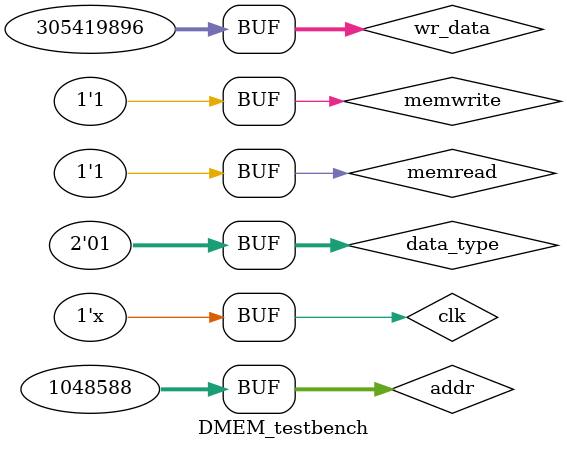
<source format=v>
`timescale 1ns / 1ps


module DMEM_testbench();
reg clk, memread, memwrite;
reg[1:0] data_type;
reg[31:0] addr, wr_data;
wire[31:0] out_data;

DMEM dut(
.clk(clk),
.memread(memread),
.memwrite(memwrite),
.addr(addr),
.wr_data(wr_data),
.out_data(out_data),
.data_type(data_type)
);

initial begin
clk = 0;
addr = 32'h00100004;
memread = 1;
wr_data = 32'h12345678;
data_type = 1;
end

always #5 clk = ~clk;

initial begin
#5 memwrite = 1;
#10 addr = 32'h0000000c;
#10 addr = 32'h0010000c;

end


endmodule

</source>
